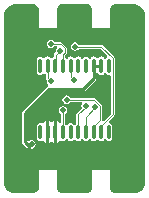
<source format=gbl>
G04*
G04 #@! TF.GenerationSoftware,Altium Limited,Altium Designer,22.8.2 (66)*
G04*
G04 Layer_Physical_Order=2*
G04 Layer_Color=16711680*
%FSLAX44Y44*%
%MOMM*%
G71*
G04*
G04 #@! TF.SameCoordinates,E53D1342-04FB-46C4-8B8E-3003C50B0CB2*
G04*
G04*
G04 #@! TF.FilePolarity,Positive*
G04*
G01*
G75*
%ADD11C,0.2540*%
%ADD21C,0.1016*%
%ADD22C,0.5000*%
%ADD23O,0.3500X1.3500*%
G36*
X155664Y200142D02*
X155664Y200142D01*
X156912Y200090D01*
X158581Y199758D01*
X160401Y199004D01*
X162039Y197910D01*
X163431Y196517D01*
X164526Y194879D01*
X165280Y193059D01*
X165664Y191127D01*
Y190142D01*
X165664Y50142D01*
Y49157D01*
X165280Y47225D01*
X164526Y45405D01*
X163431Y43767D01*
X162039Y42375D01*
X160401Y41280D01*
X158581Y40526D01*
X156649Y40142D01*
X139669Y40142D01*
X137832Y40903D01*
X136425Y42310D01*
X135664Y44147D01*
Y60142D01*
X120664D01*
X120664Y45142D01*
X120664Y45142D01*
X120664Y44147D01*
X119903Y42310D01*
X118496Y40903D01*
X116658Y40142D01*
X95664Y40142D01*
X94669Y40142D01*
X92832Y40903D01*
X91425Y42310D01*
X90664Y44147D01*
Y60142D01*
X75664D01*
Y45142D01*
X75664Y45142D01*
X75664Y44147D01*
X74903Y42310D01*
X73496Y40903D01*
X71659Y40142D01*
X54679D01*
X52747Y40526D01*
X50927Y41280D01*
X49289Y42375D01*
X47896Y43767D01*
X46802Y45405D01*
X46048Y47225D01*
X45664Y49157D01*
X45664Y50142D01*
X45664Y190142D01*
Y191127D01*
X46048Y193059D01*
X46802Y194879D01*
X47896Y196517D01*
X49289Y197910D01*
X50927Y199004D01*
X52747Y199758D01*
X54679Y200142D01*
X71659D01*
X73496Y199381D01*
X74903Y197974D01*
X75664Y196136D01*
Y180142D01*
X90664D01*
X90664Y196136D01*
X91425Y197974D01*
X92832Y199381D01*
X94670Y200142D01*
X115664D01*
X115664Y200142D01*
X115664Y200142D01*
X115665D01*
X116835Y200069D01*
X118496Y199381D01*
X119903Y197974D01*
X120664Y196136D01*
X120664Y180142D01*
X135664D01*
Y196136D01*
X136425Y197974D01*
X137832Y199381D01*
X139669Y200142D01*
X155664D01*
X155664Y200142D01*
D02*
G37*
%LPC*%
G36*
X85598Y170193D02*
X84232Y169921D01*
X83075Y169147D01*
X82301Y167990D01*
X82029Y166624D01*
X82301Y165258D01*
X83075Y164101D01*
X84232Y163327D01*
X85598Y163055D01*
X86964Y163327D01*
X88121Y164101D01*
X88717Y164992D01*
X90933D01*
X91318Y163722D01*
X90695Y163305D01*
X89921Y162148D01*
X89649Y160782D01*
X89859Y159731D01*
X88735Y158608D01*
X88257Y157453D01*
Y155676D01*
X87431Y155125D01*
X86824Y154215D01*
X86811Y154154D01*
X85517D01*
X85504Y154215D01*
X84897Y155125D01*
X83987Y155732D01*
X82914Y155946D01*
X81841Y155732D01*
X80931Y155125D01*
X80324Y154215D01*
X80311Y154154D01*
X79017D01*
X79004Y154215D01*
X78397Y155125D01*
X77487Y155732D01*
X76414Y155946D01*
X75341Y155732D01*
X74431Y155125D01*
X73824Y154215D01*
X73610Y153142D01*
Y143142D01*
X73824Y142069D01*
X74431Y141159D01*
X75341Y140552D01*
X76414Y140338D01*
X77487Y140552D01*
X78397Y141159D01*
X79004Y142069D01*
X79017Y142130D01*
X80311D01*
X80324Y142069D01*
X80931Y141159D01*
X81426Y140829D01*
Y137831D01*
X81904Y136677D01*
X82317Y136264D01*
X82301Y136240D01*
X82029Y134874D01*
X82301Y133508D01*
X83075Y132351D01*
X83320Y132187D01*
X83364Y131725D01*
X83189Y130747D01*
X82691Y130415D01*
X61863Y109587D01*
X61362Y108836D01*
X61185Y107950D01*
Y83756D01*
X61362Y82871D01*
X61863Y82120D01*
X63834Y80149D01*
X64585Y79648D01*
X64790Y79607D01*
X65516Y78881D01*
X66267Y78380D01*
X67152Y78204D01*
X67818D01*
X68183Y78276D01*
X69342Y78045D01*
X70708Y78317D01*
X71865Y79091D01*
X72639Y80248D01*
X72911Y81614D01*
X72639Y82980D01*
X71865Y84137D01*
X70708Y84911D01*
X69342Y85183D01*
X67976Y84911D01*
X66855Y84162D01*
X66561Y84327D01*
X65814Y84878D01*
Y106991D01*
X85287Y126463D01*
X113284D01*
X114170Y126640D01*
X114921Y127141D01*
X123551Y135771D01*
X124052Y136522D01*
X124228Y137408D01*
Y141656D01*
X124504Y142069D01*
X124517Y142130D01*
X125811D01*
X125824Y142069D01*
X126431Y141159D01*
X127341Y140552D01*
X128414Y140338D01*
X129487Y140552D01*
X130397Y141159D01*
X131004Y142069D01*
X131017Y142130D01*
X132311D01*
X132324Y142069D01*
X132931Y141159D01*
X133841Y140552D01*
X134914Y140338D01*
X135270Y140409D01*
X136540Y139510D01*
Y107576D01*
X129736Y100772D01*
X129521Y100781D01*
X128667Y102031D01*
X128830Y102426D01*
Y114436D01*
X128352Y115590D01*
X123408Y120534D01*
X122254Y121012D01*
X102179D01*
X101583Y121903D01*
X100426Y122677D01*
X99060Y122949D01*
X97694Y122677D01*
X96537Y121903D01*
X95763Y120746D01*
X95491Y119380D01*
X95763Y118014D01*
X96537Y116857D01*
X97694Y116083D01*
X99060Y115811D01*
X100426Y116083D01*
X101583Y116857D01*
X102179Y117748D01*
X112016D01*
X112371Y116947D01*
X112477Y116478D01*
X111765Y115412D01*
X111493Y114046D01*
X111765Y112680D01*
X111919Y112450D01*
X107760Y108290D01*
X107282Y107136D01*
Y99359D01*
X106931Y99125D01*
X106324Y98215D01*
X106311Y98154D01*
X105017D01*
X105004Y98215D01*
X104397Y99125D01*
X103487Y99732D01*
X102414Y99946D01*
X101341Y99732D01*
X100431Y99125D01*
X99824Y98215D01*
X99811Y98154D01*
X98517D01*
X98504Y98215D01*
X97897Y99125D01*
X97546Y99359D01*
Y103155D01*
X97644Y103392D01*
Y107117D01*
X98535Y107713D01*
X99309Y108870D01*
X99581Y110236D01*
X99309Y111602D01*
X98535Y112759D01*
X97378Y113533D01*
X96012Y113805D01*
X94646Y113533D01*
X93489Y112759D01*
X92715Y111602D01*
X92443Y110236D01*
X92715Y108870D01*
X93489Y107713D01*
X94380Y107117D01*
Y103530D01*
X94282Y103294D01*
Y100331D01*
X93114Y99619D01*
X93038Y99636D01*
X92826Y99757D01*
X92507Y100235D01*
X91088Y101183D01*
X90684Y101264D01*
Y92142D01*
Y83021D01*
X91088Y83101D01*
X92507Y84049D01*
X92826Y84527D01*
X92998Y84625D01*
X94513Y84771D01*
X94841Y84552D01*
X95914Y84338D01*
X96987Y84552D01*
X97897Y85159D01*
X98504Y86069D01*
X98517Y86130D01*
X99811D01*
X99824Y86069D01*
X100431Y85159D01*
X101341Y84552D01*
X102414Y84338D01*
X103487Y84552D01*
X104397Y85159D01*
X105004Y86069D01*
X105017Y86130D01*
X106311D01*
X106324Y86069D01*
X106931Y85159D01*
X107841Y84552D01*
X108914Y84338D01*
X109987Y84552D01*
X110897Y85159D01*
X111504Y86069D01*
X111517Y86130D01*
X112811D01*
X112824Y86069D01*
X113431Y85159D01*
X114341Y84552D01*
X115414Y84338D01*
X116487Y84552D01*
X117397Y85159D01*
X118004Y86069D01*
X118017Y86130D01*
X119311D01*
X119324Y86069D01*
X119931Y85159D01*
X120841Y84552D01*
X121914Y84338D01*
X122987Y84552D01*
X123897Y85159D01*
X124504Y86069D01*
X124517Y86130D01*
X125811D01*
X125824Y86069D01*
X126431Y85159D01*
X127341Y84552D01*
X128414Y84338D01*
X129487Y84552D01*
X130397Y85159D01*
X131004Y86069D01*
X131017Y86130D01*
X132311D01*
X132324Y86069D01*
X132931Y85159D01*
X133841Y84552D01*
X134914Y84338D01*
X135987Y84552D01*
X136897Y85159D01*
X137504Y86069D01*
X137718Y87142D01*
Y97142D01*
X137504Y98215D01*
X136897Y99125D01*
X135987Y99732D01*
X135254Y99878D01*
X134798Y100836D01*
X134754Y101174D01*
X139326Y105746D01*
X139804Y106900D01*
Y154492D01*
X139326Y155646D01*
X129480Y165492D01*
X128326Y165970D01*
X109291D01*
X108695Y166861D01*
X107538Y167635D01*
X106172Y167907D01*
X104806Y167635D01*
X103649Y166861D01*
X102875Y165704D01*
X102603Y164338D01*
X102875Y162972D01*
X103649Y161815D01*
X104806Y161041D01*
X106172Y160769D01*
X107538Y161041D01*
X108695Y161815D01*
X109291Y162706D01*
X127649D01*
X133495Y156860D01*
X133233Y155326D01*
X132931Y155125D01*
X132324Y154215D01*
X132311Y154154D01*
X131017D01*
X131004Y154215D01*
X130397Y155125D01*
X129487Y155732D01*
X128414Y155946D01*
X127341Y155732D01*
X126431Y155125D01*
X125824Y154215D01*
X125811Y154154D01*
X124517D01*
X124504Y154215D01*
X123897Y155125D01*
X122987Y155732D01*
X121914Y155946D01*
X120841Y155732D01*
X119931Y155125D01*
X119324Y154215D01*
X119311Y154154D01*
X118017D01*
X118004Y154215D01*
X117397Y155125D01*
X116487Y155732D01*
X115414Y155946D01*
X114341Y155732D01*
X113431Y155125D01*
X112824Y154215D01*
X112811Y154154D01*
X111517D01*
X111504Y154215D01*
X110897Y155125D01*
X109987Y155732D01*
X108914Y155946D01*
X107841Y155732D01*
X106931Y155125D01*
X106324Y154215D01*
X106311Y154154D01*
X105017D01*
X105004Y154215D01*
X104397Y155125D01*
X103487Y155732D01*
X102414Y155946D01*
X101341Y155732D01*
X100431Y155125D01*
X99824Y154215D01*
X99811Y154154D01*
X98517D01*
X98504Y154215D01*
X97897Y155125D01*
X97644Y155293D01*
Y157115D01*
X98637Y158108D01*
X99115Y159262D01*
Y163121D01*
X98637Y164276D01*
X95134Y167778D01*
X93980Y168256D01*
X88717D01*
X88121Y169147D01*
X86964Y169921D01*
X85598Y170193D01*
D02*
G37*
G36*
X88144Y101264D02*
X87740Y101183D01*
X86321Y100235D01*
X86007D01*
X84588Y101183D01*
X84184Y101264D01*
Y92142D01*
Y83021D01*
X84588Y83101D01*
X86007Y84049D01*
X86321D01*
X87740Y83101D01*
X88144Y83021D01*
Y92142D01*
Y101264D01*
D02*
G37*
G36*
X81644D02*
X81240Y101183D01*
X79821Y100235D01*
X79502Y99757D01*
X79331Y99659D01*
X77815Y99513D01*
X77487Y99732D01*
X76414Y99946D01*
X75341Y99732D01*
X74431Y99125D01*
X73824Y98215D01*
X73610Y97142D01*
Y87142D01*
X73824Y86069D01*
X74431Y85159D01*
X75341Y84552D01*
X76414Y84338D01*
X77487Y84552D01*
X77815Y84771D01*
X79331Y84625D01*
X79502Y84527D01*
X79821Y84049D01*
X81240Y83101D01*
X81644Y83021D01*
Y92142D01*
Y101264D01*
D02*
G37*
%LPD*%
D11*
X113284Y128778D02*
X121914Y137408D01*
Y148142D02*
X128414D01*
X121914Y137408D02*
Y148142D01*
X65470Y81786D02*
X65884D01*
X67152Y80518D02*
X67818D01*
X65884Y81786D02*
X67152Y80518D01*
X63500Y83756D02*
X65470Y81786D01*
X63500Y83756D02*
Y107950D01*
X84328Y128778D01*
X113284D01*
D21*
X95914Y92142D02*
Y103294D01*
X96012Y103392D02*
Y110236D01*
X95914Y103294D02*
X96012Y103392D01*
X108914Y107136D02*
X115062Y113284D01*
X108914Y92142D02*
Y107136D01*
X115316Y91130D02*
Y104902D01*
X123190Y112776D01*
X99060Y119380D02*
X122254D01*
X127198Y114436D01*
Y102426D02*
Y114436D01*
X121914Y97142D02*
X127198Y102426D01*
X121914Y92142D02*
Y97142D01*
X128016Y96744D02*
X138172Y106900D01*
X128016Y91937D02*
Y96744D01*
X128326Y164338D02*
X138172Y154492D01*
Y106900D02*
Y154492D01*
X106172Y164338D02*
X128326D01*
X89889Y157453D02*
X93218Y160782D01*
X89889Y147970D02*
Y157453D01*
X96012Y147746D02*
Y157791D01*
X97483Y159262D01*
X83058Y137831D02*
Y148118D01*
Y137831D02*
X85598Y135291D01*
Y134874D02*
Y135291D01*
X102616Y138310D02*
Y147940D01*
Y138310D02*
X105290Y135636D01*
X102414Y148142D02*
X102616Y147940D01*
X97483Y159262D02*
Y163121D01*
X93980Y166624D02*
X97483Y163121D01*
X85598Y166624D02*
X93980D01*
X89662Y147743D02*
X89889Y147970D01*
X115062Y113284D02*
Y114046D01*
X105290Y135636D02*
X105410D01*
D22*
X53340Y91694D02*
D03*
X153416Y190500D02*
D03*
X54610Y184404D02*
D03*
X69850Y163830D02*
D03*
X106426Y189230D02*
D03*
X130810Y172720D02*
D03*
X154686Y166116D02*
D03*
X149860Y66802D02*
D03*
X101092Y67056D02*
D03*
X54102Y66294D02*
D03*
X54356Y119380D02*
D03*
X85089Y113713D02*
D03*
X158242Y120650D02*
D03*
X148336Y109982D02*
D03*
X69342Y81614D02*
D03*
X99060Y119380D02*
D03*
X106172Y164338D02*
D03*
X85598Y166624D02*
D03*
X93218Y160782D02*
D03*
X85598Y134874D02*
D03*
X115062Y114046D02*
D03*
X123190Y112776D02*
D03*
X105410Y135636D02*
D03*
X96012Y110236D02*
D03*
D23*
X76414Y148142D02*
D03*
X82914D02*
D03*
X89414D02*
D03*
X95914D02*
D03*
X102414D02*
D03*
X108914D02*
D03*
X115414D02*
D03*
X121914D02*
D03*
X128414D02*
D03*
X134914D02*
D03*
X76414Y92142D02*
D03*
X82914D02*
D03*
X89414D02*
D03*
X95914D02*
D03*
X102414D02*
D03*
X108914D02*
D03*
X115414D02*
D03*
X121914D02*
D03*
X128414D02*
D03*
X134914D02*
D03*
M02*

</source>
